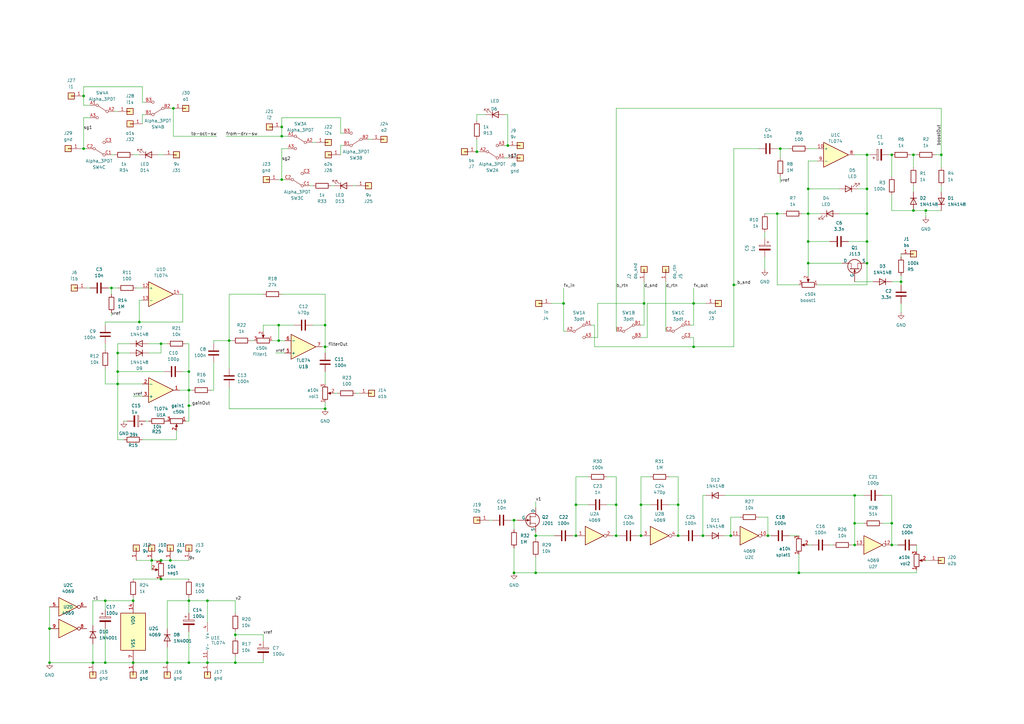
<source format=kicad_sch>
(kicad_sch (version 20250114) (generator "eeschema") (generator_version "9.0")
  (paper "A3")
  (title_block (title "Toaster Feta Bagel") (date "2025-12-27") (rev "0") (company "Shroyer Technology LLC"))
  (junction (at 219.71 234.95))
  (junction (at 318.77 87.63))
  (junction (at 355.6 107.95))
  (junction (at 34.29 60.96))
  (junction (at 77.47 160.02))
  (junction (at 219.71 219.71))
  (junction (at 299.72 219.71))
  (junction (at 210.82 213.36))
  (junction (at 57.15 132.08))
  (junction (at 62.23 229.87))
  (junction (at 114.3 133.35))
  (junction (at 320.04 60.96))
  (junction (at 69.85 229.87))
  (junction (at 355.6 63.5))
  (junction (at 114.3 139.7))
  (junction (at 379.73 86.36))
  (junction (at 48.26 157.48))
  (junction (at 77.47 166.37))
  (junction (at 77.47 271.78))
  (junction (at 365.76 214.63))
  (junction (at 386.08 63.5))
  (junction (at 66.04 229.87))
  (junction (at 85.09 246.38))
  (junction (at 331.47 77.47))
  (junction (at 20.32 257.81))
  (junction (at 262.89 207.01))
  (junction (at 208.28 59.69))
  (junction (at 48.26 144.78))
  (junction (at 133.35 142.24))
  (junction (at 327.66 234.95))
  (junction (at 331.47 87.63))
  (junction (at 34.29 39.37))
  (junction (at 369.57 115.57))
  (junction (at 54.61 271.78))
  (junction (at 68.58 271.78))
  (junction (at 71.12 44.45))
  (junction (at 355.6 87.63))
  (junction (at 133.35 167.64))
  (junction (at 350.52 214.63))
  (junction (at 93.98 139.7))
  (junction (at 264.16 124.46))
  (junction (at 300.99 116.84))
  (junction (at 236.22 219.71))
  (junction (at 66.04 237.49))
  (junction (at 236.22 207.01))
  (junction (at 66.04 140.97))
  (junction (at 350.52 203.2))
  (junction (at 231.14 124.46))
  (junction (at 278.13 219.71))
  (junction (at 77.47 152.4))
  (junction (at 314.96 219.71))
  (junction (at 115.57 73.66))
  (junction (at 262.89 219.71))
  (junction (at 96.52 271.78))
  (junction (at 365.76 223.52))
  (junction (at 331.47 99.06))
  (junction (at 355.6 77.47))
  (junction (at 20.32 271.78))
  (junction (at 288.29 219.71))
  (junction (at 374.65 86.36))
  (junction (at 85.09 271.78))
  (junction (at 45.72 118.11))
  (junction (at 43.18 271.78))
  (junction (at 331.47 107.95))
  (junction (at 210.82 234.95))
  (junction (at 284.48 142.24))
  (junction (at 48.26 152.4))
  (junction (at 278.13 207.01))
  (junction (at 284.48 124.46))
  (junction (at 365.76 63.5))
  (junction (at 38.1 271.78))
  (junction (at 252.73 219.71))
  (junction (at 115.57 52.07))
  (junction (at 374.65 63.5))
  (junction (at 115.57 55.88))
  (junction (at 96.52 260.35))
  (junction (at 350.52 223.52))
  (junction (at 54.61 246.38))
  (junction (at 43.18 246.38))
  (junction (at 355.6 99.06))
  (junction (at 133.35 133.35))
  (junction (at 195.58 62.23))
  (junction (at 77.47 246.38))
  (junction (at 252.73 207.01))
  (wire (pts (xy 77.47 246.38) (xy 85.09 246.38)))
  (wire (pts (xy 115.57 52.07) (xy 115.57 48.26)))
  (wire (pts (xy 210.82 213.36) (xy 210.82 217.17)))
  (wire (pts (xy 20.32 257.81) (xy 20.32 271.78)))
  (wire (pts (xy 265.43 124.46) (xy 284.48 124.46)))
  (wire (pts (xy 74.93 152.4) (xy 77.47 152.4)))
  (wire (pts (xy 365.76 86.36) (xy 374.65 86.36)))
  (wire (pts (xy 118.11 55.88) (xy 115.57 55.88)))
  (wire (pts (xy 318.77 116.84) (xy 327.66 116.84)))
  (wire (pts (xy 44.45 118.11) (xy 45.72 118.11)))
  (wire (pts (xy 85.09 270.51) (xy 85.09 271.78)))
  (wire (pts (xy 139.7 59.69) (xy 140.97 59.69)))
  (wire (pts (xy 128.27 133.35) (xy 133.35 133.35)))
  (wire (pts (xy 96.52 260.35) (xy 107.95 260.35)))
  (wire (pts (xy 331.47 77.47) (xy 331.47 87.63)))
  (wire (pts (xy 48.26 144.78) (xy 48.26 152.4)))
  (wire (pts (xy 243.84 133.35) (xy 242.57 133.35)))
  (wire (pts (xy 48.26 140.97) (xy 48.26 144.78)))
  (wire (pts (xy 278.13 207.01) (xy 278.13 219.71)))
  (wire (pts (xy 96.52 246.38) (xy 96.52 251.46)))
  (wire (pts (xy 331.47 223.52) (xy 332.74 223.52)))
  (wire (pts (xy 68.58 257.81) (xy 68.58 246.38)))
  (wire (pts (xy 195.58 57.15) (xy 195.58 62.23)))
  (wire (pts (xy 374.65 63.5) (xy 374.65 68.58)))
  (wire (pts (xy 58.42 50.8) (xy 58.42 46.99)))
  (wire (pts (xy 58.42 123.19) (xy 57.15 123.19)))
  (wire (pts (xy 331.47 107.95) (xy 331.47 113.03)))
  (wire (pts (xy 45.72 118.11) (xy 48.26 118.11)))
  (wire (pts (xy 115.57 73.66) (xy 116.84 73.66)))
  (wire (pts (xy 262.89 133.35) (xy 264.16 133.35)))
  (wire (pts (xy 107.95 120.65) (xy 93.98 120.65)))
  (wire (pts (xy 93.98 158.75) (xy 93.98 167.64)))
  (wire (pts (xy 265.43 138.43) (xy 265.43 124.46)))
  (wire (pts (xy 113.03 144.78) (xy 116.84 144.78)))
  (wire (pts (xy 77.47 251.46) (xy 77.47 246.38)))
  (wire (pts (xy 375.92 233.68) (xy 375.92 234.95)))
  (wire (pts (xy 350.52 214.63) (xy 350.52 223.52)))
  (wire (pts (xy 219.71 234.95) (xy 327.66 234.95)))
  (wire (pts (xy 115.57 48.26) (xy 139.7 48.26)))
  (wire (pts (xy 96.52 259.08) (xy 96.52 260.35)))
  (wire (pts (xy 288.29 203.2) (xy 288.29 219.71)))
  (wire (pts (xy 320.04 72.39) (xy 320.04 74.93)))
  (wire (pts (xy 38.1 271.78) (xy 43.18 271.78)))
  (wire (pts (xy 219.71 219.71) (xy 227.33 219.71)))
  (wire (pts (xy 92.71 55.88) (xy 115.57 55.88)))
  (wire (pts (xy 374.65 86.36) (xy 379.73 86.36)))
  (wire (pts (xy 66.04 140.97) (xy 68.58 140.97)))
  (wire (pts (xy 219.71 234.95) (xy 219.71 228.6)))
  (wire (pts (xy 34.29 60.96) (xy 35.56 60.96)))
  (wire (pts (xy 251.46 219.71) (xy 252.73 219.71)))
  (wire (pts (xy 77.47 172.72) (xy 76.2 172.72)))
  (wire (pts (xy 347.98 99.06) (xy 355.6 99.06)))
  (wire (pts (xy 210.82 213.36) (xy 209.55 213.36)))
  (wire (pts (xy 328.93 87.63) (xy 331.47 87.63)))
  (wire (pts (xy 365.76 63.5) (xy 365.76 72.39)))
  (wire (pts (xy 45.72 63.5) (xy 46.99 63.5)))
  (wire (pts (xy 331.47 60.96) (xy 335.28 60.96)))
  (wire (pts (xy 340.36 223.52) (xy 341.63 223.52)))
  (wire (pts (xy 331.47 87.63) (xy 336.55 87.63)))
  (wire (pts (xy 77.47 166.37) (xy 77.47 172.72)))
  (wire (pts (xy 139.7 63.5) (xy 139.7 59.69)))
  (wire (pts (xy 318.77 87.63) (xy 321.31 87.63)))
  (wire (pts (xy 69.85 229.87) (xy 66.04 229.87)))
  (wire (pts (xy 199.39 46.99) (xy 195.58 46.99)))
  (wire (pts (xy 297.18 219.71) (xy 299.72 219.71)))
  (wire (pts (xy 236.22 195.58) (xy 236.22 207.01)))
  (wire (pts (xy 219.71 218.44) (xy 219.71 219.71)))
  (wire (pts (xy 386.08 44.45) (xy 252.73 44.45)))
  (wire (pts (xy 241.3 207.01) (xy 236.22 207.01)))
  (wire (pts (xy 34.29 35.56) (xy 58.42 35.56)))
  (wire (pts (xy 289.56 124.46) (xy 284.48 124.46)))
  (wire (pts (xy 93.98 139.7) (xy 93.98 151.13)))
  (wire (pts (xy 77.47 160.02) (xy 77.47 166.37)))
  (wire (pts (xy 331.47 107.95) (xy 345.44 107.95)))
  (wire (pts (xy 58.42 35.56) (xy 58.42 41.91)))
  (wire (pts (xy 54.61 63.5) (xy 57.15 63.5)))
  (wire (pts (xy 314.96 212.09) (xy 314.96 219.71)))
  (wire (pts (xy 68.58 271.78) (xy 77.47 271.78)))
  (wire (pts (xy 252.73 207.01) (xy 252.73 219.71)))
  (wire (pts (xy 66.04 237.49) (xy 77.47 237.49)))
  (wire (pts (xy 327.66 227.33) (xy 327.66 234.95)))
  (wire (pts (xy 139.7 54.61) (xy 140.97 54.61)))
  (wire (pts (xy 361.95 203.2) (xy 365.76 203.2)))
  (wire (pts (xy 77.47 160.02) (xy 78.74 160.02)))
  (wire (pts (xy 274.32 207.01) (xy 278.13 207.01)))
  (wire (pts (xy 54.61 162.56) (xy 58.42 162.56)))
  (wire (pts (xy 66.04 144.78) (xy 66.04 140.97)))
  (wire (pts (xy 355.6 87.63) (xy 355.6 99.06)))
  (wire (pts (xy 311.15 212.09) (xy 314.96 212.09)))
  (wire (pts (xy 264.16 124.46) (xy 245.11 124.46)))
  (wire (pts (xy 57.15 132.08) (xy 74.93 132.08)))
  (wire (pts (xy 20.32 248.92) (xy 20.32 257.81)))
  (wire (pts (xy 297.18 203.2) (xy 350.52 203.2)))
  (wire (pts (xy 50.8 180.34) (xy 48.26 180.34)))
  (wire (pts (xy 231.14 135.89) (xy 232.41 135.89)))
  (wire (pts (xy 369.57 113.03) (xy 369.57 115.57)))
  (wire (pts (xy 323.85 219.71) (xy 327.66 219.71)))
  (wire (pts (xy 284.48 142.24) (xy 300.99 142.24)))
  (wire (pts (xy 62.23 229.87) (xy 62.23 233.68)))
  (wire (pts (xy 45.72 128.27) (xy 45.72 129.54)))
  (wire (pts (xy 299.72 219.71) (xy 299.72 212.09)))
  (wire (pts (xy 43.18 132.08) (xy 57.15 132.08)))
  (wire (pts (xy 350.52 115.57) (xy 358.14 115.57)))
  (wire (pts (xy 374.65 63.5) (xy 375.92 63.5)))
  (wire (pts (xy 43.18 257.81) (xy 43.18 271.78)))
  (wire (pts (xy 74.93 120.65) (xy 74.93 132.08)))
  (wire (pts (xy 55.88 229.87) (xy 62.23 229.87)))
  (wire (pts (xy 87.63 148.59) (xy 87.63 160.02)))
  (wire (pts (xy 300.99 116.84) (xy 302.26 116.84)))
  (wire (pts (xy 77.47 259.08) (xy 77.47 271.78)))
  (wire (pts (xy 60.96 140.97) (xy 66.04 140.97)))
  (wire (pts (xy 207.01 59.69) (xy 208.28 59.69)))
  (wire (pts (xy 350.52 203.2) (xy 354.33 203.2)))
  (wire (pts (xy 300.99 116.84) (xy 300.99 60.96)))
  (wire (pts (xy 43.18 132.08) (xy 43.18 133.35)))
  (wire (pts (xy 195.58 46.99) (xy 195.58 49.53)))
  (wire (pts (xy 129.54 58.42) (xy 128.27 58.42)))
  (wire (pts (xy 313.69 87.63) (xy 318.77 87.63)))
  (wire (pts (xy 133.35 120.65) (xy 115.57 120.65)))
  (wire (pts (xy 349.25 223.52) (xy 350.52 223.52)))
  (wire (pts (xy 331.47 99.06) (xy 331.47 107.95)))
  (wire (pts (xy 96.52 269.24) (xy 96.52 271.78)))
  (wire (pts (xy 226.06 124.46) (xy 231.14 124.46)))
  (wire (pts (xy 144.78 76.2) (xy 146.05 76.2)))
  (wire (pts (xy 68.58 246.38) (xy 77.47 246.38)))
  (wire (pts (xy 147.32 161.29) (xy 146.05 161.29)))
  (wire (pts (xy 85.09 246.38) (xy 85.09 255.27)))
  (wire (pts (xy 93.98 139.7) (xy 95.25 139.7)))
  (wire (pts (xy 66.04 229.87) (xy 62.23 229.87)))
  (wire (pts (xy 59.69 172.72) (xy 60.96 172.72)))
  (wire (pts (xy 350.52 214.63) (xy 354.33 214.63)))
  (wire (pts (xy 48.26 152.4) (xy 48.26 157.48)))
  (wire (pts (xy 262.89 138.43) (xy 265.43 138.43)))
  (wire (pts (xy 43.18 157.48) (xy 43.18 151.13)))
  (wire (pts (xy 107.95 260.35) (xy 107.95 262.89)))
  (wire (pts (xy 54.61 271.78) (xy 68.58 271.78)))
  (wire (pts (xy 96.52 271.78) (xy 85.09 271.78)))
  (wire (pts (xy 48.26 157.48) (xy 58.42 157.48)))
  (wire (pts (xy 284.48 118.11) (xy 284.48 124.46)))
  (wire (pts (xy 87.63 139.7) (xy 93.98 139.7)))
  (wire (pts (xy 133.35 157.48) (xy 133.35 152.4)))
  (wire (pts (xy 365.76 203.2) (xy 365.76 214.63)))
  (wire (pts (xy 133.35 142.24) (xy 134.62 142.24)))
  (wire (pts (xy 284.48 138.43) (xy 283.21 138.43)))
  (wire (pts (xy 96.52 260.35) (xy 96.52 261.62)))
  (wire (pts (xy 102.87 139.7) (xy 104.14 139.7)))
  (wire (pts (xy 241.3 195.58) (xy 236.22 195.58)))
  (wire (pts (xy 287.02 219.71) (xy 288.29 219.71)))
  (wire (pts (xy 264.16 133.35) (xy 264.16 124.46)))
  (wire (pts (xy 375.92 223.52) (xy 375.92 226.06)))
  (wire (pts (xy 331.47 66.04) (xy 331.47 77.47)))
  (wire (pts (xy 60.96 144.78) (xy 66.04 144.78)))
  (wire (pts (xy 331.47 66.04) (xy 335.28 66.04)))
  (wire (pts (xy 133.35 133.35) (xy 133.35 120.65)))
  (wire (pts (xy 284.48 133.35) (xy 283.21 133.35)))
  (wire (pts (xy 344.17 87.63) (xy 355.6 87.63)))
  (wire (pts (xy 133.35 165.1) (xy 133.35 167.64)))
  (wire (pts (xy 115.57 52.07) (xy 115.57 55.88)))
  (wire (pts (xy 331.47 77.47) (xy 344.17 77.47)))
  (wire (pts (xy 54.61 245.11) (xy 54.61 246.38)))
  (wire (pts (xy 58.42 41.91) (xy 59.69 41.91)))
  (wire (pts (xy 300.99 116.84) (xy 300.99 142.24)))
  (wire (pts (xy 313.69 105.41) (xy 313.69 110.49)))
  (wire (pts (xy 289.56 203.2) (xy 288.29 203.2)))
  (wire (pts (xy 313.69 95.25) (xy 313.69 97.79)))
  (wire (pts (xy 36.83 43.18) (xy 34.29 43.18)))
  (wire (pts (xy 133.35 142.24) (xy 132.08 142.24)))
  (wire (pts (xy 107.95 135.89) (xy 107.95 133.35)))
  (wire (pts (xy 87.63 139.7) (xy 87.63 140.97)))
  (wire (pts (xy 69.85 44.45) (xy 71.12 44.45)))
  (wire (pts (xy 43.18 157.48) (xy 48.26 157.48)))
  (wire (pts (xy 243.84 142.24) (xy 284.48 142.24)))
  (wire (pts (xy 114.3 73.66) (xy 115.57 73.66)))
  (wire (pts (xy 350.52 203.2) (xy 350.52 214.63)))
  (wire (pts (xy 355.6 77.47) (xy 355.6 87.63)))
  (wire (pts (xy 20.32 271.78) (xy 38.1 271.78)))
  (wire (pts (xy 210.82 234.95) (xy 219.71 234.95)))
  (wire (pts (xy 43.18 140.97) (xy 43.18 143.51)))
  (wire (pts (xy 355.6 63.5) (xy 355.6 77.47)))
  (wire (pts (xy 369.57 104.14) (xy 369.57 105.41)))
  (wire (pts (xy 248.92 207.01) (xy 252.73 207.01)))
  (wire (pts (xy 361.95 214.63) (xy 365.76 214.63)))
  (wire (pts (xy 55.88 118.11) (xy 58.42 118.11)))
  (wire (pts (xy 67.31 63.5) (xy 64.77 63.5)))
  (wire (pts (xy 369.57 115.57) (xy 369.57 116.84)))
  (wire (pts (xy 133.35 142.24) (xy 133.35 144.78)))
  (wire (pts (xy 355.6 63.5) (xy 356.87 63.5)))
  (wire (pts (xy 386.08 76.2) (xy 386.08 78.74)))
  (wire (pts (xy 284.48 124.46) (xy 284.48 133.35)))
  (wire (pts (xy 111.76 139.7) (xy 114.3 139.7)))
  (wire (pts (xy 262.89 195.58) (xy 262.89 207.01)))
  (wire (pts (xy 33.02 60.96) (xy 34.29 60.96)))
  (wire (pts (xy 331.47 87.63) (xy 331.47 99.06)))
  (wire (pts (xy 118.11 60.96) (xy 115.57 60.96)))
  (wire (pts (xy 266.7 195.58) (xy 262.89 195.58)))
  (wire (pts (xy 219.71 219.71) (xy 219.71 220.98)))
  (wire (pts (xy 379.73 86.36) (xy 386.08 86.36)))
  (wire (pts (xy 242.57 138.43) (xy 245.11 138.43)))
  (wire (pts (xy 107.95 270.51) (xy 107.95 271.78)))
  (wire (pts (xy 137.16 161.29) (xy 138.43 161.29)))
  (wire (pts (xy 53.34 144.78) (xy 48.26 144.78)))
  (wire (pts (xy 34.29 43.18) (xy 34.29 39.37)))
  (wire (pts (xy 231.14 118.11) (xy 231.14 124.46)))
  (wire (pts (xy 77.47 152.4) (xy 77.47 160.02)))
  (wire (pts (xy 34.29 39.37) (xy 34.29 35.56)))
  (wire (pts (xy 288.29 219.71) (xy 289.56 219.71)))
  (wire (pts (xy 365.76 223.52) (xy 368.3 223.52)))
  (wire (pts (xy 35.56 118.11) (xy 36.83 118.11)))
  (wire (pts (xy 72.39 180.34) (xy 72.39 176.53)))
  (wire (pts (xy 34.29 48.26) (xy 34.29 60.96)))
  (wire (pts (xy 318.77 87.63) (xy 318.77 116.84)))
  (wire (pts (xy 77.47 245.11) (xy 77.47 246.38)))
  (wire (pts (xy 365.76 115.57) (xy 369.57 115.57)))
  (wire (pts (xy 38.1 271.78) (xy 38.1 264.16)))
  (wire (pts (xy 208.28 59.69) (xy 208.28 46.99)))
  (wire (pts (xy 314.96 219.71) (xy 316.23 219.71)))
  (wire (pts (xy 38.1 256.54) (xy 38.1 246.38)))
  (wire (pts (xy 375.92 234.95) (xy 327.66 234.95)))
  (wire (pts (xy 374.65 76.2) (xy 374.65 78.74)))
  (wire (pts (xy 85.09 271.78) (xy 77.47 271.78)))
  (wire (pts (xy 335.28 116.84) (xy 355.6 116.84)))
  (wire (pts (xy 365.76 214.63) (xy 365.76 223.52)))
  (wire (pts (xy 43.18 246.38) (xy 54.61 246.38)))
  (wire (pts (xy 135.89 76.2) (xy 137.16 76.2)))
  (wire (pts (xy 93.98 120.65) (xy 93.98 139.7)))
  (wire (pts (xy 73.66 160.02) (xy 77.47 160.02)))
  (wire (pts (xy 71.12 44.45) (xy 71.12 55.88)))
  (wire (pts (xy 248.92 195.58) (xy 252.73 195.58)))
  (wire (pts (xy 279.4 219.71) (xy 278.13 219.71)))
  (wire (pts (xy 355.6 107.95) (xy 355.6 116.84)))
  (wire (pts (xy 208.28 64.77) (xy 207.01 64.77)))
  (wire (pts (xy 379.73 229.87) (xy 381 229.87)))
  (wire (pts (xy 351.79 77.47) (xy 355.6 77.47)))
  (wire (pts (xy 245.11 124.46) (xy 245.11 138.43)))
  (wire (pts (xy 43.18 271.78) (xy 54.61 271.78)))
  (wire (pts (xy 115.57 60.96) (xy 115.57 73.66)))
  (wire (pts (xy 54.61 237.49) (xy 66.04 237.49)))
  (wire (pts (xy 207.01 46.99) (xy 208.28 46.99)))
  (wire (pts (xy 45.72 118.11) (xy 45.72 120.65)))
  (wire (pts (xy 151.13 57.15) (xy 152.4 57.15)))
  (wire (pts (xy 243.84 133.35) (xy 243.84 142.24)))
  (wire (pts (xy 43.18 250.19) (xy 43.18 246.38)))
  (wire (pts (xy 36.83 48.26) (xy 34.29 48.26)))
  (wire (pts (xy 139.7 48.26) (xy 139.7 54.61)))
  (wire (pts (xy 386.08 63.5) (xy 386.08 68.58)))
  (wire (pts (xy 373.38 63.5) (xy 374.65 63.5)))
  (wire (pts (xy 74.93 120.65) (xy 73.66 120.65)))
  (wire (pts (xy 386.08 44.45) (xy 386.08 63.5)))
  (wire (pts (xy 320.04 60.96) (xy 320.04 64.77)))
  (wire (pts (xy 383.54 63.5) (xy 386.08 63.5)))
  (wire (pts (xy 252.73 44.45) (xy 252.73 135.89)))
  (wire (pts (xy 48.26 140.97) (xy 53.34 140.97)))
  (wire (pts (xy 273.05 115.57) (xy 273.05 135.89)))
  (wire (pts (xy 284.48 142.24) (xy 284.48 138.43)))
  (wire (pts (xy 78.74 166.37) (xy 77.47 166.37)))
  (wire (pts (xy 262.89 207.01) (xy 262.89 219.71)))
  (wire (pts (xy 114.3 133.35) (xy 114.3 139.7)))
  (wire (pts (xy 364.49 63.5) (xy 365.76 63.5)))
  (wire (pts (xy 200.66 213.36) (xy 201.93 213.36)))
  (wire (pts (xy 219.71 205.74) (xy 219.71 208.28)))
  (wire (pts (xy 350.52 63.5) (xy 355.6 63.5)))
  (wire (pts (xy 355.6 99.06) (xy 355.6 107.95)))
  (wire (pts (xy 234.95 219.71) (xy 236.22 219.71)))
  (wire (pts (xy 68.58 265.43) (xy 68.58 271.78)))
  (wire (pts (xy 252.73 195.58) (xy 252.73 207.01)))
  (wire (pts (xy 278.13 195.58) (xy 278.13 207.01)))
  (wire (pts (xy 57.15 123.19) (xy 57.15 132.08)))
  (wire (pts (xy 210.82 213.36) (xy 212.09 213.36)))
  (wire (pts (xy 299.72 212.09) (xy 303.53 212.09)))
  (wire (pts (xy 133.35 133.35) (xy 133.35 142.24)))
  (wire (pts (xy 254 219.71) (xy 252.73 219.71)))
  (wire (pts (xy 85.09 246.38) (xy 96.52 246.38)))
  (wire (pts (xy 365.76 80.01) (xy 365.76 86.36)))
  (wire (pts (xy 38.1 246.38) (xy 43.18 246.38)))
  (wire (pts (xy 48.26 45.72) (xy 46.99 45.72)))
  (wire (pts (xy 210.82 224.79) (xy 210.82 234.95)))
  (wire (pts (xy 76.2 140.97) (xy 77.47 140.97)))
  (wire (pts (xy 264.16 115.57) (xy 264.16 124.46)))
  (wire (pts (xy 114.3 139.7) (xy 116.84 139.7)))
  (wire (pts (xy 236.22 207.01) (xy 236.22 219.71)))
  (wire (pts (xy 320.04 60.96) (xy 323.85 60.96)))
  (wire (pts (xy 58.42 46.99) (xy 59.69 46.99)))
  (wire (pts (xy 96.52 271.78) (xy 107.95 271.78)))
  (wire (pts (xy 127 76.2) (xy 128.27 76.2)))
  (wire (pts (xy 50.8 172.72) (xy 52.07 172.72)))
  (wire (pts (xy 93.98 167.64) (xy 133.35 167.64)))
  (wire (pts (xy 71.12 55.88) (xy 88.9 55.88)))
  (wire (pts (xy 300.99 60.96) (xy 311.15 60.96)))
  (wire (pts (xy 77.47 140.97) (xy 77.47 152.4)))
  (wire (pts (xy 262.89 219.71) (xy 261.62 219.71)))
  (wire (pts (xy 318.77 60.96) (xy 320.04 60.96)))
  (wire (pts (xy 369.57 124.46) (xy 369.57 128.27)))
  (wire (pts (xy 231.14 124.46) (xy 231.14 135.89)))
  (wire (pts (xy 266.7 207.01) (xy 262.89 207.01)))
  (wire (pts (xy 274.32 195.58) (xy 278.13 195.58)))
  (wire (pts (xy 58.42 180.34) (xy 72.39 180.34)))
  (wire (pts (xy 114.3 133.35) (xy 120.65 133.35)))
  (wire (pts (xy 48.26 180.34) (xy 48.26 157.48)))
  (wire (pts (xy 331.47 99.06) (xy 340.36 99.06)))
  (wire (pts (xy 379.73 86.36) (xy 379.73 88.9)))
  (wire (pts (xy 77.47 229.87) (xy 69.85 229.87)))
  (wire (pts (xy 196.85 62.23) (xy 195.58 62.23)))
  (wire (pts (xy 107.95 133.35) (xy 114.3 133.35)))
  (wire (pts (xy 87.63 160.02) (xy 86.36 160.02)))
  (wire (pts (xy 48.26 152.4) (xy 67.31 152.4)))
  (label "d_snd" (at 264.16 118.11 0))
  (label "9v" (at 77.47 229.87 0))
  (label "fx_out" (at 284.48 118.11 0))
  (label "b_snd" (at 302.26 116.84 0))
  (label "sg1" (at 34.29 53.34 0))
  (label "vref" (at 45.72 129.54 0))
  (label "gainOut" (at 78.74 166.37 0))
  (label "from-drv-sw" (at 92.71 55.88 0))
  (label "sg3" (at 208.28 64.77 0))
  (label "v1" (at 219.71 205.74 0))
  (label "to-oct-sw" (at 88.9 55.88 180))
  (label "b_rtn" (at 252.73 118.11 0))
  (label "vref" (at 320.04 74.93 0))
  (label "v1" (at 38.1 246.38 0))
  (label "sg2" (at 115.57 66.04 0))
  (label "fx_in" (at 231.14 118.11 0))
  (label "v2" (at 96.52 246.38 0))
  (label "boostOut" (at 386.08 59.69 90))
  (label "vref" (at 107.95 260.35 0))
  (label "vref" (at 54.61 162.56 0))
  (label "d_rtn" (at 273.05 118.11 0))
  (label "filterOut" (at 134.62 142.24 0))
  (label "vref" (at 113.03 144.78 0))
  (symbol (lib_id "Diode:1N4001") (at 68.58 261.62 270) (unit 1)
    (property "Reference" "D8" (at 71.12 260.3499 90) (effects (justify left)))
    (property "Value" "1N4001" (at 71.12 262.8899 90) (effects (justify left)))
    (property "Footprint" "Diode_THT:D_DO-41_SOD81_P7.62mm_Horizontal" (effects (hide yes)))
    (property "Datasheet" "http://www.vishay.com/docs/88503/1n4001.pdf" (effects (hide yes)))
    (property "Description" "50V 1A General Purpose Rectifier Diode, DO-41" (effects (hide yes)))
    (property "Sim.Device" "D" (effects (hide yes)))
    (property "Sim.Pins" "1=K 2=A" (effects (hide yes)))
  )
  (symbol (lib_id "Device:C") (at 231.14 219.71 90) (unit 1)
    (property "Reference" "C22" (at 231.14 212.09 90))
    (property "Value" "100n" (at 231.14 214.63 90))
    (property "Footprint" "1_trevortjes_lib:C_CERAMIC_1x2" (effects (hide yes)))
    (property "Description" "Unpolarized capacitor" (effects (hide yes)))
  )
  (symbol (lib_id "Device:C_Polarized") (at 43.18 254 0) (unit 1)
    (property "Reference" "C17" (at 43.434 248.92 0) (effects (justify left)))
    (property "Value" "100u" (at 43.434 251.46 0) (effects (justify left)))
    (property "Footprint" "1_trevortjes_lib:CP_ELCO_1x2_S" (effects (hide yes)))
    (property "Description" "Polarized capacitor" (effects (hide yes)))
  )
  (symbol (lib_id "Device:LED") (at 203.2 46.99 0) (mirror x) (unit 1)
    (property "Reference" "D6" (at 202.692 44.704 0))
    (property "Value" "LED" (at 202.946 41.402 0))
    (property "Footprint" "1_trevortjes_lib:LED_3.0mm" (effects (hide yes)))
    (property "Description" "Light emitting diode" (effects (hide yes)))
    (property "Sim.Pins" "1=K 2=A" (effects (hide yes)))
  )
  (symbol (lib_id "Connector_Generic:Conn_01x01") (at 110.49 52.07 180) (unit 1)
    (property "Reference" "J21" (at 110.49 45.72 0))
    (property "Value" "i2" (at 110.49 48.26 0))
    (property "Footprint" "1_trevortjes_lib:PAD_1_std_sqr" (effects (hide yes)))
    (property "Description" "Generic connector, single row, 01x01, script generated (kicad-library-utils/schlib/autogen/connector/)" (effects (hide yes)))
  )
  (symbol (lib_id "4xxx:4069") (at 27.94 257.81 0) (unit 4)
    (property "Reference" "U2" (at 27.94 248.92 0))
    (property "Value" "4069" (at 27.94 251.46 0))
    (property "Footprint" "Package_DIP:DIP-14_W7.62mm" (effects (hide yes)))
    (property "Datasheet" "http://www.intersil.com/content/dam/Intersil/documents/cd40/cd4069ubms.pdf" (effects (hide yes)))
    (property "Description" "Hex inverter" (effects (hide yes)))
  )
  (symbol (lib_id "Device:R") (at 313.69 91.44 0) (mirror x) (unit 1)
    (property "Reference" "R10" (at 311.15 90.1699 0) (effects (justify right)))
    (property "Value" "1k" (at 311.15 92.7099 0) (effects (justify right)))
    (property "Footprint" "1_trevortjes_lib:R_1x4" (effects (hide yes)))
    (property "Description" "Resistor" (effects (hide yes)))
  )
  (symbol (lib_id "Connector_Generic:Conn_01x01") (at 77.47 224.79 90) (unit 1)
    (property "Reference" "J13" (at 80.01 223.5199 90) (effects (justify right)))
    (property "Value" "9v" (at 80.01 226.0599 90) (effects (justify right)))
    (property "Footprint" "Connector_Wire:SolderWire-0.1sqmm_1x01_D0.4mm_OD1mm_Relief" (effects (hide yes)))
    (property "Description" "Generic connector, single row, 01x01, script generated (kicad-library-utils/schlib/autogen/connector/)" (effects (hide yes)))
  )
  (symbol (lib_id "Device:C") (at 71.12 152.4 90) (unit 1)
    (property "Reference" "C10" (at 71.12 144.78 90))
    (property "Value" "100p" (at 71.12 147.32 90))
    (property "Footprint" "1_trevortjes_lib:C_CERAMIC_1x2" (effects (hide yes)))
    (property "Description" "Unpolarized capacitor" (effects (hide yes)))
  )
  (symbol (lib_id "Device:C") (at 336.55 223.52 90) (unit 1)
    (property "Reference" "C16" (at 336.55 215.9 90))
    (property "Value" "100n" (at 336.55 218.44 90))
    (property "Footprint" "1_trevortjes_lib:C_CERAMIC_1x2" (effects (hide yes)))
    (property "Description" "Unpolarized capacitor" (effects (hide yes)))
  )
  (symbol (lib_id "4xxx:4069") (at 27.94 248.92 0) (unit 3)
    (property "Reference" "U2" (at 27.94 240.03 0))
    (property "Value" "4069" (at 27.94 242.57 0))
    (property "Footprint" "Package_DIP:DIP-14_W7.62mm" (effects (hide yes)))
    (property "Datasheet" "http://www.intersil.com/content/dam/Intersil/documents/cd40/cd4069ubms.pdf" (effects (hide yes)))
    (property "Description" "Hex inverter" (effects (hide yes)))
  )
  (symbol (lib_id "Diode:1N4001") (at 38.1 260.35 270) (unit 1)
    (property "Reference" "D10" (at 40.64 259.0799 90) (effects (justify left)))
    (property "Value" "1N4001" (at 40.64 261.6199 90) (effects (justify left)))
    (property "Footprint" "Diode_THT:D_DO-41_SOD81_P7.62mm_Horizontal" (effects (hide yes)))
    (property "Datasheet" "http://www.vishay.com/docs/88503/1n4001.pdf" (effects (hide yes)))
    (property "Description" "50V 1A General Purpose Rectifier Diode, DO-41" (effects (hide yes)))
    (property "Sim.Device" "D" (effects (hide yes)))
    (property "Sim.Pins" "1=K 2=A" (effects (hide yes)))
  )
  (symbol (lib_id "Device:R") (at 64.77 172.72 270) (unit 1)
    (property "Reference" "R25" (at 64.262 177.038 90))
    (property "Value" "10k" (at 64.516 175.006 90))
    (property "Footprint" "1_trevortjes_lib:R_1x4" (effects (hide yes)))
    (property "Description" "Resistor" (effects (hide yes)))
  )
  (symbol (lib_id "Device:R") (at 270.51 195.58 90) (unit 1)
    (property "Reference" "R31" (at 270.51 189.23 90))
    (property "Value" "1M" (at 270.51 191.77 90))
    (property "Footprint" "1_trevortjes_lib:R_1x4" (effects (hide yes)))
    (property "Description" "Resistor" (effects (hide yes)))
  )
  (symbol (lib_id "Connector_Generic:Conn_01x01") (at 294.64 124.46 0) (mirror x) (unit 1)
    (property "Reference" "J3" (at 290.576 130.556 0) (effects (justify left)))
    (property "Value" "out" (at 290.576 128.016 0) (effects (justify left)))
    (property "Footprint" "Connector_Wire:SolderWire-0.1sqmm_1x01_D0.4mm_OD1mm_Relief" (effects (hide yes)))
    (property "Description" "Generic connector, single row, 01x01, script generated (kicad-library-utils/schlib/autogen/connector/)" (effects (hide yes)))
  )
  (symbol (lib_id "Amplifier_Operational:TL074") (at 342.9 63.5 0) (unit 3)
    (property "Reference" "U1" (at 342.646 55.372 0))
    (property "Value" "TL074" (at 342.646 57.912 0))
    (property "Footprint" "Package_DIP:DIP-14_W7.62mm" (effects (hide yes)))
    (property "Datasheet" "http://www.ti.com/lit/ds/symlink/tl071.pdf" (effects (hide yes)))
    (property "Description" "Quad Low-Noise JFET-Input Operational Amplifiers, DIP-14/SOIC-14" (effects (hide yes)))
  )
  (symbol (lib_id "Connector_Generic:Conn_01x01") (at 38.1 276.86 270) (unit 1)
    (property "Reference" "J15" (at 40.64 275.5899 90) (effects (justify left)))
    (property "Value" "gnd" (at 40.64 278.1299 90) (effects (justify left)))
    (property "Footprint" "Connector_Wire:SolderWire-0.1sqmm_1x01_D0.4mm_OD1mm_Relief" (effects (hide yes)))
    (property "Description" "Generic connector, single row, 01x01, script generated (kicad-library-utils/schlib/autogen/connector/)" (effects (hide yes)))
  )
  (symbol (lib_id "Device:LED") (at 340.36 87.63 0) (unit 1)
    (property "Reference" "D4" (at 338.7725 81.28 0))
    (property "Value" "LED" (at 338.7725 83.82 0))
    (property "Footprint" "1_trevortjes_lib:LED_3.0mm" (effects (hide yes)))
    (property "Description" "Light emitting diode" (effects (hide yes)))
    (property "Sim.Pins" "1=K 2=A" (effects (hide yes)))
  )
  (symbol (lib_id "Device:LED") (at 347.98 77.47 180) (unit 1)
    (property "Reference" "D5" (at 349.5675 69.85 0))
    (property "Value" "LED" (at 349.5675 72.39 0))
    (property "Footprint" "1_trevortjes_lib:LED_3.0mm" (effects (hide yes)))
    (property "Description" "Light emitting diode" (effects (hide yes)))
    (property "Sim.Pins" "1=K 2=A" (effects (hide yes)))
  )
  (symbol (lib_id "Device:R") (at 43.18 147.32 0) (mirror x) (unit 1)
    (property "Reference" "R12" (at 40.64 146.0499 0) (effects (justify right)))
    (property "Value" "10k" (at 40.64 148.5899 0) (effects (justify right)))
    (property "Footprint" "1_trevortjes_lib:R_1x4" (effects (hide yes)))
    (property "Description" "Resistor" (effects (hide yes)))
  )
  (symbol (lib_id "4xxx:4069") (at 307.34 219.71 0) (mirror x) (unit 5)
    (property "Reference" "U2" (at 307.34 228.6 0))
    (property "Value" "4069" (at 307.34 226.06 0))
    (property "Footprint" "Package_DIP:DIP-14_W7.62mm" (effects (hide yes)))
    (property "Datasheet" "http://www.intersil.com/content/dam/Intersil/documents/cd40/cd4069ubms.pdf" (effects (hide yes)))
    (property "Description" "Hex inverter" (effects (hide yes)))
  )
  (symbol (lib_id "Device:C") (at 43.18 137.16 0) (mirror x) (unit 1)
    (property "Reference" "C9" (at 39.37 135.8899 0) (effects (justify right)))
    (property "Value" "100n" (at 39.37 138.4299 0) (effects (justify right)))
    (property "Footprint" "1_trevortjes_lib:C_CERAMIC_1x2" (effects (hide yes)))
    (property "Description" "Unpolarized capacitor" (effects (hide yes)))
  )
  (symbol (lib_id "Connector_Generic:Conn_01x01") (at 76.2 44.45 0) (mirror x) (unit 1)
    (property "Reference" "J30" (at 76.2 38.1 0))
    (property "Value" "o1" (at 76.2 40.64 0))
    (property "Footprint" "1_trevortjes_lib:PAD_1_std_sqr" (effects (hide yes)))
    (property "Description" "Generic connector, single row, 01x01, script generated (kicad-library-utils/schlib/autogen/connector/)" (effects (hide yes)))
  )
  (symbol (lib_id "Device:C") (at 270.51 207.01 90) (unit 1)
    (property "Reference" "C24" (at 270.51 199.39 90))
    (property "Value" "470p" (at 270.51 201.93 90))
    (property "Footprint" "1_trevortjes_lib:C_CERAMIC_1x2" (effects (hide yes)))
    (property "Description" "Unpolarized capacitor" (effects (hide yes)))
  )
  (symbol (lib_id "Connector_Generic:Conn_01x01") (at 68.58 276.86 270) (unit 1)
    (property "Reference" "J16" (at 71.12 275.5899 90) (effects (justify left)))
    (property "Value" "gnd" (at 71.12 278.1299 90) (effects (justify left)))
    (property "Footprint" "Connector_Wire:SolderWire-0.1sqmm_1x01_D0.4mm_OD1mm_Relief" (effects (hide yes)))
    (property "Description" "Generic connector, single row, 01x01, script generated (kicad-library-utils/schlib/autogen/connector/)" (effects (hide yes)))
  )
  (symbol (lib_id "Device:C") (at 245.11 207.01 90) (unit 1)
    (property "Reference" "C23" (at 245.11 199.39 90))
    (property "Value" "1n" (at 245.11 201.93 90))
    (property "Footprint" "1_trevortjes_lib:C_CERAMIC_1x2" (effects (hide yes)))
    (property "Description" "Unpolarized capacitor" (effects (hide yes)))
  )
  (symbol (lib_id "Device:R") (at 142.24 161.29 270) (unit 1)
    (property "Reference" "R23" (at 142.24 154.94 90))
    (property "Value" "100" (at 142.24 157.48 90))
    (property "Footprint" "1_trevortjes_lib:R_1x4" (effects (hide yes)))
    (property "Description" "Resistor" (effects (hide yes)))
  )
  (symbol (lib_id "Device:R") (at 320.04 68.58 0) (unit 1)
    (property "Reference" "R8" (at 322.58 67.3099 0) (effects (justify left)))
    (property "Value" "1M" (at 322.58 69.8499 0) (effects (justify left)))
    (property "Footprint" "1_trevortjes_lib:R_1x4" (effects (hide yes)))
    (property "Description" "Resistor" (effects (hide yes)))
  )
  (symbol (lib_id "Connector_Generic:Conn_01x01") (at 152.4 161.29 0) (unit 1)
    (property "Reference" "J14" (at 154.94 160.0199 0) (effects (justify left)))
    (property "Value" "o1b" (at 154.94 162.5599 0) (effects (justify left)))
    (property "Footprint" "Connector_Wire:SolderWire-0.1sqmm_1x01_D0.4mm_OD1mm_Relief" (effects (hide yes)))
    (property "Description" "Generic connector, single row, 01x01, script generated (kicad-library-utils/schlib/autogen/connector/)" (effects (hide yes)))
  )
  (symbol (lib_id "Device:R") (at 132.08 76.2 90) (mirror x) (unit 1)
    (property "Reference" "R33" (at 132.08 82.55 90))
    (property "Value" "1k" (at 132.08 80.01 90))
    (property "Footprint" "1_trevortjes_lib:R_1x4" (effects (hide yes)))
    (property "Description" "Resistor" (effects (hide yes)))
  )
  (symbol (lib_id "Device:R") (at 379.73 63.5 90) (unit 1)
    (property "Reference" "R2" (at 379.73 57.15 90))
    (property "Value" "1k" (at 379.73 59.69 90))
    (property "Footprint" "1_trevortjes_lib:R_1x4" (effects (hide yes)))
    (property "Description" "Resistor" (effects (hide yes)))
  )
  (symbol (lib_id "Connector_Generic:Conn_01x01") (at 386.08 229.87 0) (unit 1)
    (property "Reference" "J20" (at 388.62 228.5999 0) (effects (justify left)))
    (property "Value" "o2b" (at 388.62 231.1399 0) (effects (justify left)))
    (property "Footprint" "Connector_Wire:SolderWire-0.1sqmm_1x01_D0.4mm_OD1mm_Relief" (effects (hide yes)))
    (property "Description" "Generic connector, single row, 01x01, script generated (kicad-library-utils/schlib/autogen/connector/)" (effects (hide yes)))
  )
  (symbol (lib_id "4xxx:4069") (at 270.51 219.71 0) (unit 2)
    (property "Reference" "U2" (at 270.51 210.82 0))
    (property "Value" "4069" (at 270.51 213.36 0))
    (property "Footprint" "Package_DIP:DIP-14_W7.62mm" (effects (hide yes)))
    (property "Datasheet" "http://www.intersil.com/content/dam/Intersil/documents/cd40/cd4069ubms.pdf" (effects (hide yes)))
    (property "Description" "Hex inverter" (effects (hide yes)))
  )
  (symbol (lib_id "Device:R") (at 219.71 224.79 0) (unit 1)
    (property "Reference" "R29" (at 222.25 223.5199 0) (effects (justify left)))
    (property "Value" "10k" (at 222.25 226.0599 0) (effects (justify left)))
    (property "Footprint" "1_trevortjes_lib:R_1x4" (effects (hide yes)))
    (property "Description" "Resistor" (effects (hide yes)))
  )
  (symbol (lib_id "power:GND") (at 369.57 128.27 0) (unit 1)
    (property "Reference" "#PWR01" (effects (hide yes)))
    (property "Value" "GND" (at 369.57 133.35 0))
    (property "Description" "Power symbol creates a global label with name \"GND\" , ground" (effects (hide yes)))
  )
  (symbol (lib_id "Connector_Generic:Conn_01x01") (at 69.85 224.79 90) (unit 1)
    (property "Reference" "J11" (at 72.39 223.5199 90) (effects (justify right)))
    (property "Value" "9v" (at 72.39 226.0599 90) (effects (justify right)))
    (property "Footprint" "Connector_Wire:SolderWire-0.1sqmm_1x01_D0.4mm_OD1mm_Relief" (effects (hide yes)))
    (property "Description" "Generic connector, single row, 01x01, script generated (kicad-library-utils/schlib/autogen/connector/)" (effects (hide yes)))
  )
  (symbol (lib_id "1_effects:Alpha_3PDT") (at 41.91 45.72 0) (mirror y) (unit 1)
    (property "Reference" "SW4" (at 41.91 38.1 0))
    (property "Value" "Alpha_3PDT" (at 41.91 40.64 0))
    (property "Footprint" "1_mylib-footprint:3pdt" (effects (hide yes)))
  )
  (symbol (lib_id "Connector_Generic:Conn_01x01") (at 54.61 276.86 270) (unit 1)
    (property "Reference" "J18" (at 57.15 275.5899 90) (effects (justify left)))
    (property "Value" "gnd" (at 57.15 278.1299 90) (effects (justify left)))
    (property "Footprint" "Connector_Wire:SolderWire-0.1sqmm_1x01_D0.4mm_OD1mm_Relief" (effects (hide yes)))
    (property "Description" "Generic connector, single row, 01x01, script generated (kicad-library-utils/schlib/autogen/connector/)" (effects (hide yes)))
  )
  (symbol (lib_id "Device:C_Polarized") (at 77.47 255.27 0) (unit 1)
    (property "Reference" "C14" (at 78.994 250.19 0) (effects (justify left)))
    (property "Value" "100u" (at 78.994 252.73 0) (effects (justify left)))
    (property "Footprint" "1_trevortjes_lib:CP_ELCO_1x2_S" (effects (hide yes)))
    (property "Description" "Polarized capacitor" (effects (hide yes)))
  )
  (symbol (lib_id "Device:C") (at 40.64 118.11 90) (unit 1)
    (property "Reference" "C3" (at 40.64 110.49 90))
    (property "Value" "10n" (at 40.64 113.03 90))
    (property "Footprint" "1_trevortjes_lib:C_CERAMIC_1x2" (effects (hide yes)))
    (property "Description" "Unpolarized capacitor" (effects (hide yes)))
  )
  (symbol (lib_id "Device:R") (at 358.14 214.63 90) (unit 1)
    (property "Reference" "R28" (at 358.14 208.28 90))
    (property "Value" "51k" (at 358.14 210.82 90))
    (property "Footprint" "1_trevortjes_lib:R_1x4" (effects (hide yes)))
    (property "Description" "Resistor" (effects (hide yes)))
  )
  (symbol (lib_id "Device:C_Polarized") (at 55.88 172.72 270) (mirror x) (unit 1)
    (property "Reference" "C15" (at 53.848 166.37 90) (effects (justify left)))
    (property "Value" "1u" (at 53.848 168.91 90) (effects (justify left)))
    (property "Footprint" "1_trevortjes_lib:CP_ELCO_1x2_S" (effects (hide yes)))
    (property "Description" "Polarized capacitor" (effects (hide yes)))
  )
  (symbol (lib_id "4xxx:4069") (at 243.84 219.71 0) (unit 1)
    (property "Reference" "U2" (at 243.84 210.82 0))
    (property "Value" "4069" (at 243.84 213.36 0))
    (property "Footprint" "Package_DIP:DIP-14_W7.62mm" (effects (hide yes)))
    (property "Datasheet" "http://www.intersil.com/content/dam/Intersil/documents/cd40/cd4069ubms.pdf" (effects (hide yes)))
    (property "Description" "Hex inverter" (effects (hide yes)))
  )
  (symbol (lib_id "Device:C_Polarized") (at 313.69 101.6 0) (mirror y) (unit 1)
    (property "Reference" "C5" (at 306.324 103.124 90) (effects (justify left)))
    (property "Value" "1u" (at 308.864 103.378 90) (effects (justify left)))
    (property "Footprint" "1_trevortjes_lib:CP_ELCO_1x2_S" (effects (hide yes)))
    (property "Description" "Polarized capacitor" (effects (hide yes)))
  )
  (symbol (lib_id "Diode:1N4148") (at 57.15 140.97 0) (unit 1)
    (property "Reference" "D7" (at 57.15 134.62 0))
    (property "Value" "1N4148" (at 57.15 137.16 0))
    (property "Footprint" "Diode_THT:D_DO-35_SOD27_P7.62mm_Horizontal" (effects (hide yes)))
    (property "Datasheet" "https://assets.nexperia.com/documents/data-sheet/1N4148_1N4448.pdf" (effects (hide yes)))
    (property "Description" "100V 0.15A standard switching diode, DO-35" (effects (hide yes)))
    (property "Sim.Device" "D" (effects (hide yes)))
    (property "Sim.Pins" "1=K 2=A" (effects (hide yes)))
  )
  (symbol (lib_id "Device:LED") (at 60.96 63.5 0) (mirror x) (unit 1)
    (property "Reference" "D14" (at 59.3725 69.85 0))
    (property "Value" "LED" (at 59.3725 67.31 0))
    (property "Footprint" "1_trevortjes_lib:LED_3.0mm" (effects (hide yes)))
    (property "Description" "Light emitting diode" (effects (hide yes)))
    (property "Sim.Pins" "1=K 2=A" (effects (hide yes)))
  )
  (symbol (lib_id "Connector_Generic:Conn_01x01") (at 85.09 276.86 270) (unit 1)
    (property "Reference" "J17" (at 87.63 275.5899 90) (effects (justify left)))
    (property "Value" "gnd" (at 87.63 278.1299 90) (effects (justify left)))
    (property "Footprint" "Connector_Wire:SolderWire-0.1sqmm_1x01_D0.4mm_OD1mm_Relief" (effects (hide yes)))
    (property "Description" "Generic connector, single row, 01x01, script generated (kicad-library-utils/schlib/autogen/connector/)" (effects (hide yes)))
  )
  (symbol (lib_id "power:GND") (at 379.73 88.9 0) (unit 1)
    (property "Reference" "#PWR03" (effects (hide yes)))
    (property "Value" "GND" (at 379.73 93.98 0))
    (property "Description" "Power symbol creates a global label with name \"GND\" , ground" (effects (hide yes)))
  )
  (symbol (lib_id "power:GND") (at 50.8 172.72 0) (unit 1)
    (property "Reference" "#PWR06" (effects (hide yes)))
    (property "Value" "GND" (at 50.8 177.8 0))
    (property "Description" "Power symbol creates a global label with name \"GND\" , ground" (effects (hide yes)))
  )
  (symbol (lib_id "Device:R") (at 77.47 241.3 0) (unit 1)
    (property "Reference" "R19" (at 80.01 240.0299 0) (effects (justify left)))
    (property "Value" "100" (at 80.01 242.5699 0) (effects (justify left)))
    (property "Footprint" "1_trevortjes_lib:R_1x4" (effects (hide yes)))
    (property "Description" "Resistor" (effects (hide yes)))
  )
  (symbol (lib_id "Connector_Generic:Conn_01x01") (at 109.22 73.66 0) (mirror y) (unit 1)
    (property "Reference" "J23" (at 109.22 67.31 0))
    (property "Value" "gnd" (at 109.22 69.85 0))
    (property "Footprint" "1_trevortjes_lib:PAD_1_std_sqr" (effects (hide yes)))
    (property "Description" "Generic connector, single row, 01x01, script generated (kicad-library-utils/schlib/autogen/connector/)" (effects (hide yes)))
  )
  (symbol (lib_id "4xxx:4069") (at 358.14 223.52 0) (mirror x) (unit 6)
    (property "Reference" "U2" (at 358.14 232.41 0))
    (property "Value" "4069" (at 358.14 229.87 0))
    (property "Footprint" "Package_DIP:DIP-14_W7.62mm" (effects (hide yes)))
    (property "Datasheet" "http://www.intersil.com/content/dam/Intersil/documents/cd40/cd4069ubms.pdf" (effects (hide yes)))
    (property "Description" "Hex inverter" (effects (hide yes)))
  )
  (symbol (lib_id "Diode:1N4148") (at 293.37 203.2 0) (unit 1)
    (property "Reference" "D12" (at 293.37 196.85 0))
    (property "Value" "1N4148" (at 293.37 199.39 0))
    (property "Footprint" "Diode_THT:D_DO-35_SOD27_P7.62mm_Horizontal" (effects (hide yes)))
    (property "Datasheet" "https://assets.nexperia.com/documents/data-sheet/1N4148_1N4448.pdf" (effects (hide yes)))
    (property "Description" "100V 0.15A standard switching diode, DO-35" (effects (hide yes)))
    (property "Sim.Device" "D" (effects (hide yes)))
    (property "Sim.Pins" "1=K 2=A" (effects (hide yes)))
  )
  (symbol (lib_id "Device:R_Potentiometer") (at 327.66 223.52 0) (mirror x) (unit 1)
    (property "Reference" "splat1" (at 324.358 227.584 0) (effects (justify right)))
    (property "Value" "a10k" (at 324.358 225.044 0) (effects (justify right)))
    (property "Footprint" "1_mylib-footprint:pot-16mm-short-leg" (effects (hide yes)))
  )
  (symbol (lib_id "power:GND") (at 210.82 234.95 0) (mirror y) (unit 1)
    (property "Reference" "#PWR05" (effects (hide yes)))
    (property "Value" "GND" (at 210.82 240.03 0))
    (property "Description" "Power symbol creates a global label with name \"GND\" , ground" (effects (hide yes)))
  )
  (symbol (lib_id "Device:R_Potentiometer") (at 375.92 229.87 0) (mirror x) (unit 1)
    (property "Reference" "vol2" (at 373.38 231.1401 0) (effects (justify right)))
    (property "Value" "a10k" (at 373.38 228.6001 0) (effects (justify right)))
    (property "Footprint" "1_mylib-footprint:pot-16mm-short-leg" (effects (hide yes)))
  )
  (symbol (lib_id "Device:R") (at 52.07 118.11 90) (unit 1)
    (property "Reference" "R11" (at 52.07 111.76 90))
    (property "Value" "100" (at 52.07 114.3 90))
    (property "Footprint" "1_trevortjes_lib:R_1x4" (effects (hide yes)))
    (property "Description" "Resistor" (effects (hide yes)))
  )
  (symbol (lib_id "Connector_Generic:Conn_01x01") (at 264.16 110.49 90) (unit 1)
    (property "Reference" "J2" (at 258.064 114.554 0) (effects (justify left)))
    (property "Value" "do_snd" (at 260.604 114.554 0) (effects (justify left)))
    (property "Footprint" "Connector_Wire:SolderWire-0.1sqmm_1x01_D0.4mm_OD1mm_Relief" (effects (hide yes)))
    (property "Description" "Generic connector, single row, 01x01, script generated (kicad-library-utils/schlib/autogen/connector/)" (effects (hide yes)))
  )
  (symbol (lib_id "Device:R_Potentiometer") (at 66.04 233.68 180) (unit 1)
    (property "Reference" "sag1" (at 68.58 234.9501 0) (effects (justify right)))
    (property "Value" "10k" (at 68.58 232.4101 0) (effects (justify right)))
    (property "Footprint" "1_mylib-footprint:pot-16mm-short-leg" (effects (hide yes)))
  )
  (symbol (lib_id "Device:R") (at 365.76 76.2 0) (mirror y) (unit 1)
    (property "Reference" "R3" (at 363.22 74.9299 0) (effects (justify left)))
    (property "Value" "100k" (at 363.22 77.4699 0) (effects (justify left)))
    (property "Footprint" "1_trevortjes_lib:R_1x4" (effects (hide yes)))
    (property "Description" "Resistor" (effects (hide yes)))
  )
  (symbol (lib_id "Diode:1N4148") (at 386.08 82.55 90) (unit 1)
    (property "Reference" "D1" (at 388.62 81.2799 90) (effects (justify right)))
    (property "Value" "1N4148" (at 388.62 83.8199 90) (effects (justify right)))
    (property "Footprint" "Diode_THT:D_DO-35_SOD27_P7.62mm_Horizontal" (effects (hide yes)))
    (property "Datasheet" "https://assets.nexperia.com/documents/data-sheet/1N4148_1N4448.pdf" (effects (hide yes)))
    (property "Description" "100V 0.15A standard switching diode, DO-35" (effects (hide yes)))
    (property "Sim.Device" "D" (effects (hide yes)))
    (property "Sim.Pins" "1=K 2=A" (effects (hide yes)))
  )
  (symbol (lib_id "Device:C") (at 205.74 213.36 90) (unit 1)
    (property "Reference" "C19" (at 205.74 205.74 90))
    (property "Value" "10n" (at 205.74 208.28 90))
    (property "Footprint" "1_trevortjes_lib:C_CERAMIC_1x2" (effects (hide yes)))
    (property "Description" "Unpolarized capacitor" (effects (hide yes)))
  )
  (symbol (lib_id "Connector_Generic:Conn_01x01") (at 157.48 57.15 0) (mirror x) (unit 1)
    (property "Reference" "J24" (at 157.48 50.8 0))
    (property "Value" "o2" (at 157.48 53.34 0))
    (property "Footprint" "1_trevortjes_lib:PAD_1_std_sqr" (effects (hide yes)))
    (property "Description" "Generic connector, single row, 01x01, script generated (kicad-library-utils/schlib/autogen/connector/)" (effects (hide yes)))
  )
  (symbol (lib_id "Connector_Generic:Conn_01x01") (at 213.36 59.69 0) (unit 1)
    (property "Reference" "J9" (at 209.296 53.594 0) (effects (justify left)))
    (property "Value" "9v" (at 209.296 56.134 0) (effects (justify left)))
    (property "Footprint" "1_trevortjes_lib:PAD_1_std_sqr" (effects (hide yes)))
    (property "Description" "Generic connector, single row, 01x01, script generated (kicad-library-utils/schlib/autogen/connector/)" (effects (hide yes)))
  )
  (symbol (lib_id "Device:LED") (at 140.97 76.2 0) (mirror x) (unit 1)
    (property "Reference" "D13" (at 139.3825 82.55 0))
    (property "Value" "LED" (at 139.3825 80.01 0))
    (property "Footprint" "1_trevortjes_lib:LED_3.0mm" (effects (hide yes)))
    (property "Description" "Light emitting diode" (effects (hide yes)))
    (property "Sim.Pins" "1=K 2=A" (effects (hide yes)))
  )
  (symbol (lib_id "Connector_Generic:Conn_01x01") (at 72.39 63.5 0) (unit 1)
    (property "Reference" "J31" (at 72.39 69.85 0))
    (property "Value" "9v" (at 72.39 67.31 0))
    (property "Footprint" "1_trevortjes_lib:PAD_1_std_sqr" (effects (hide yes)))
    (property "Description" "Generic connector, single row, 01x01, script generated (kicad-library-utils/schlib/autogen/connector/)" (effects (hide yes)))
  )
  (symbol (lib_id "1_effects:Alpha_3PDT") (at 146.05 57.15 180) (unit 2)
    (property "Reference" "SW3" (at 146.05 64.77 0))
    (property "Value" "Alpha_3PDT" (at 146.05 62.23 0))
    (property "Footprint" "1_mylib-footprint:3pdt" (effects (hide yes)))
  )
  (symbol (lib_id "Device:R_Potentiometer") (at 72.39 172.72 270) (unit 1)
    (property "Reference" "gain1" (at 75.692 166.37 90) (effects (justify right)))
    (property "Value" "c50k" (at 75.692 168.91 90) (effects (justify right)))
    (property "Footprint" "1_mylib-footprint:pot-16mm-short-leg" (effects (hide yes)))
  )
  (symbol (lib_id "Connector_Generic:Conn_01x01") (at 195.58 213.36 180) (unit 1)
    (property "Reference" "J19" (at 195.58 207.01 0))
    (property "Value" "i2b" (at 195.58 209.55 0))
    (property "Footprint" "Connector_Wire:SolderWire-0.1sqmm_1x01_D0.4mm_OD1mm_Relief" (effects (hide yes)))
    (property "Description" "Generic connector, single row, 01x01, script generated (kicad-library-utils/schlib/autogen/connector/)" (effects (hide yes)))
  )
  (symbol (lib_id "Device:R") (at 72.39 140.97 90) (unit 1)
    (property "Reference" "R21" (at 72.39 134.62 90))
    (property "Value" "10k" (at 72.39 137.16 90))
    (property "Footprint" "1_trevortjes_lib:R_1x4" (effects (hide yes)))
    (property "Description" "Resistor" (effects (hide yes)))
  )
  (symbol (lib_id "power:GND") (at 20.32 271.78 0) (unit 1)
    (property "Reference" "#PWR08" (effects (hide yes)))
    (property "Value" "GND" (at 20.32 276.86 0))
    (property "Description" "Power symbol creates a global label with name \"GND\" , ground" (effects (hide yes)))
  )
  (symbol (lib_id "Device:R") (at 327.66 60.96 90) (unit 1)
    (property "Reference" "R9" (at 327.66 54.61 90))
    (property "Value" "100" (at 327.66 57.15 90))
    (property "Footprint" "1_trevortjes_lib:R_1x4" (effects (hide yes)))
    (property "Description" "Resistor" (effects (hide yes)))
  )
  (symbol (lib_id "Amplifier_Operational:TL074") (at 66.04 120.65 0) (unit 4)
    (property "Reference" "U1" (at 66.04 110.49 0))
    (property "Value" "TL074" (at 66.04 113.03 0))
    (property "Footprint" "Package_DIP:DIP-14_W7.62mm" (effects (hide yes)))
    (property "Datasheet" "http://www.ti.com/lit/ds/symlink/tl071.pdf" (effects (hide yes)))
    (property "Description" "Quad Low-Noise JFET-Input Operational Amplifiers, DIP-14/SOIC-14" (effects (hide yes)))
  )
  (symbol (lib_id "Device:C") (at 124.46 133.35 90) (unit 1)
    (property "Reference" "C12" (at 124.46 125.73 90))
    (property "Value" "470p" (at 124.46 128.27 90))
    (property "Footprint" "1_trevortjes_lib:C_CERAMIC_1x2" (effects (hide yes)))
    (property "Description" "Unpolarized capacitor" (effects (hide yes)))
  )
  (symbol (lib_id "Diode:1N4148") (at 293.37 219.71 180) (unit 1)
    (property "Reference" "D11" (at 293.37 213.36 0))
    (property "Value" "1N4148" (at 293.37 215.9 0))
    (property "Footprint" "Diode_THT:D_DO-35_SOD27_P7.62mm_Horizontal" (effects (hide yes)))
    (property "Datasheet" "https://assets.nexperia.com/documents/data-sheet/1N4148_1N4448.pdf" (effects (hide yes)))
    (property "Description" "100V 0.15A standard switching diode, DO-35" (effects (hide yes)))
    (property "Sim.Device" "D" (effects (hide yes)))
    (property "Sim.Pins" "1=K 2=A" (effects (hide yes)))
  )
  (symbol (lib_id "Amplifier_Operational:TL074") (at 124.46 142.24 0) (mirror x) (unit 2)
    (property "Reference" "U1" (at 124.46 150.368 0))
    (property "Value" "TL074" (at 124.46 147.828 0))
    (property "Footprint" "Package_DIP:DIP-14_W7.62mm" (effects (hide yes)))
    (property "Datasheet" "http://www.ti.com/lit/ds/symlink/tl071.pdf" (effects (hide yes)))
    (property "Description" "Quad Low-Noise JFET-Input Operational Amplifiers, DIP-14/SOIC-14" (effects (hide yes)))
  )
  (symbol (lib_id "Connector_Generic:Conn_01x01") (at 62.23 224.79 90) (unit 1)
    (property "Reference" "J10" (at 64.77 223.5199 90) (effects (justify right)))
    (property "Value" "9v" (at 64.77 226.0599 90) (effects (justify right)))
    (property "Footprint" "Connector_Wire:SolderWire-0.1sqmm_1x01_D0.4mm_OD1mm_Relief" (effects (hide yes)))
    (property "Description" "Generic connector, single row, 01x01, script generated (kicad-library-utils/schlib/autogen/connector/)" (effects (hide yes)))
  )
  (symbol (lib_id "Device:R") (at 210.82 220.98 0) (unit 1)
    (property "Reference" "R32" (at 213.36 219.7099 0) (effects (justify left)))
    (property "Value" "1M" (at 213.36 222.2499 0) (effects (justify left)))
    (property "Footprint" "1_trevortjes_lib:R_1x4" (effects (hide yes)))
    (property "Description" "Resistor" (effects (hide yes)))
  )
  (symbol (lib_id "Device:C") (at 372.11 223.52 90) (unit 1)
    (property "Reference" "C20" (at 372.11 215.9 90))
    (property "Value" "100n" (at 372.11 218.44 90))
    (property "Footprint" "1_trevortjes_lib:C_CERAMIC_1x2" (effects (hide yes)))
    (property "Description" "Unpolarized capacitor" (effects (hide yes)))
  )
  (symbol (lib_id "Device:C") (at 314.96 60.96 90) (unit 1)
    (property "Reference" "C4" (at 314.96 53.34 90))
    (property "Value" "10n" (at 314.96 55.88 90))
    (property "Footprint" "1_trevortjes_lib:C_CERAMIC_1x2" (effects (hide yes)))
    (property "Description" "Unpolarized capacitor" (effects (hide yes)))
  )
  (symbol (lib_id "Device:C") (at 344.17 99.06 90) (unit 1)
    (property "Reference" "C6" (at 344.17 91.44 90))
    (property "Value" "3.3n" (at 344.17 93.98 90))
    (property "Footprint" "1_trevortjes_lib:C_CERAMIC_1x2" (effects (hide yes)))
    (property "Description" "Unpolarized capacitor" (effects (hide yes)))
  )
  (symbol (lib_id "Device:C") (at 87.63 144.78 0) (mirror y) (unit 1)
    (property "Reference" "C8" (at 84.582 143.256 0) (effects (justify left)))
    (property "Value" "100n" (at 84.582 145.796 0) (effects (justify left)))
    (property "Footprint" "1_trevortjes_lib:C_CERAMIC_1x2" (effects (hide yes)))
    (property "Description" "Unpolarized capacitor" (effects (hide yes)))
  )
  (symbol (lib_id "Connector_Generic:Conn_01x01") (at 53.34 45.72 0) (mirror x) (unit 1)
    (property "Reference" "J28" (at 53.34 39.37 0))
    (property "Value" "i1s" (at 53.34 41.91 0))
    (property "Footprint" "1_trevortjes_lib:PAD_1_std_sqr" (effects (hide yes)))
    (property "Description" "Generic connector, single row, 01x01, script generated (kicad-library-utils/schlib/autogen/connector/)" (effects (hide yes)))
  )
  (symbol (lib_id "Connector_Generic:Conn_01x01") (at 273.05 110.49 270) (mirror x) (unit 1)
    (property "Reference" "J5" (at 279.146 114.554 0) (effects (justify left)))
    (property "Value" "do_rtn" (at 276.606 114.554 0) (effects (justify left)))
    (property "Footprint" "Connector_Wire:SolderWire-0.1sqmm_1x01_D0.4mm_OD1mm_Relief" (effects (hide yes)))
    (property "Description" "Generic connector, single row, 01x01, script generated (kicad-library-utils/schlib/autogen/connector/)" (effects (hide yes)))
  )
  (symbol (lib_id "Device:R_Potentiometer") (at 133.35 161.29 0) (mirror x) (unit 1)
    (property "Reference" "vol1" (at 130.81 162.5601 0) (effects (justify right)))
    (property "Value" "a10k" (at 130.81 160.0201 0) (effects (justify right)))
    (property "Footprint" "1_mylib-footprint:pot-16mm-short-leg" (effects (hide yes)))
  )
  (symbol (lib_id "Diode:1N4148") (at 374.65 82.55 270) (unit 1)
    (property "Reference" "D2" (at 377.19 81.2799 90) (effects (justify left)))
    (property "Value" "1N4148" (at 377.19 83.8199 90) (effects (justify left)))
    (property "Footprint" "Diode_THT:D_DO-35_SOD27_P7.62mm_Horizontal" (effects (hide yes)))
    (property "Datasheet" "https://assets.nexperia.com/documents/data-sheet/1N4148_1N4448.pdf" (effects (hide yes)))
    (property "Description" "100V 0.15A standard switching diode, DO-35" (effects (hide yes)))
    (property "Sim.Device" "D" (effects (hide yes)))
    (property "Sim.Pins" "1=K 2=A" (effects (hide yes)))
  )
  (symbol (lib_id "Device:R") (at 82.55 160.02 90) (unit 1)
    (property "Reference" "R16" (at 82.55 153.67 90))
    (property "Value" "10k" (at 82.55 156.21 90))
    (property "Footprint" "1_trevortjes_lib:R_1x4" (effects (hide yes)))
    (property "Description" "Resistor" (effects (hide yes)))
  )
  (symbol (lib_id "Device:R") (at 45.72 124.46 180) (unit 1)
    (property "Reference" "R14" (at 48.26 123.1899 0) (effects (justify right)))
    (property "Value" "1M" (at 48.26 125.7299 0) (effects (justify right)))
    (property "Footprint" "1_trevortjes_lib:R_1x4" (effects (hide yes)))
    (property "Description" "Resistor" (effects (hide yes)))
  )
  (symbol (lib_id "Connector_Generic:Conn_01x01") (at 151.13 76.2 0) (unit 1)
    (property "Reference" "J25" (at 151.13 82.55 0))
    (property "Value" "9v" (at 151.13 80.01 0))
    (property "Footprint" "1_trevortjes_lib:PAD_1_std_sqr" (effects (hide yes)))
    (property "Description" "Generic connector, single row, 01x01, script generated (kicad-library-utils/schlib/autogen/connector/)" (effects (hide yes)))
  )
  (symbol (lib_id "1_effects:Alpha_3PDT") (at 123.19 58.42 0) (mirror y) (unit 1)
    (property "Reference" "SW3" (at 123.19 50.8 0))
    (property "Value" "Alpha_3PDT" (at 123.19 53.34 0))
    (property "Footprint" "1_mylib-footprint:3pdt" (effects (hide yes)))
  )
  (symbol (lib_id "Device:R") (at 245.11 195.58 90) (unit 1)
    (property "Reference" "R30" (at 245.11 189.23 90))
    (property "Value" "100k" (at 245.11 191.77 90))
    (property "Footprint" "1_trevortjes_lib:R_1x4" (effects (hide yes)))
    (property "Description" "Resistor" (effects (hide yes)))
  )
  (symbol (lib_id "Amplifier_Operational:TL074") (at 66.04 160.02 0) (mirror x) (unit 1)
    (property "Reference" "U1" (at 66.04 170.18 0))
    (property "Value" "TL074" (at 66.04 167.64 0))
    (property "Footprint" "Package_DIP:DIP-14_W7.62mm" (effects (hide yes)))
    (property "Datasheet" "http://www.ti.com/lit/ds/symlink/tl071.pdf" (effects (hide yes)))
    (property "Description" "Quad Low-Noise JFET-Input Operational Amplifiers, DIP-14/SOIC-14" (effects (hide yes)))
  )
  (symbol (lib_id "Device:R") (at 307.34 212.09 90) (unit 1)
    (property "Reference" "R27" (at 307.34 205.74 90))
    (property "Value" "10k" (at 307.34 208.28 90))
    (property "Footprint" "1_trevortjes_lib:R_1x4" (effects (hide yes)))
    (property "Description" "Resistor" (effects (hide yes)))
  )
  (symbol (lib_id "Device:R") (at 325.12 87.63 90) (unit 1)
    (property "Reference" "R7" (at 325.12 81.28 90))
    (property "Value" "1k" (at 325.12 83.82 90))
    (property "Footprint" "1_trevortjes_lib:R_1x4" (effects (hide yes)))
    (property "Description" "Resistor" (effects (hide yes)))
  )
  (symbol (lib_id "1_effects:Alpha_3PDT") (at 40.64 60.96 0) (mirror x) (unit 3)
    (property "Reference" "SW4" (at 40.64 68.58 0))
    (property "Value" "Alpha_3PDT" (at 40.64 66.04 0))
    (property "Footprint" "1_mylib-footprint:3pdt" (effects (hide yes)))
  )
  (symbol (lib_id "Device:R") (at 111.76 120.65 90) (unit 1)
    (property "Reference" "R18" (at 111.76 114.3 90))
    (property "Value" "27k" (at 111.76 116.84 90))
    (property "Footprint" "1_trevortjes_lib:R_1x4" (effects (hide yes)))
    (property "Description" "Resistor" (effects (hide yes)))
  )
  (symbol (lib_id "Device:R") (at 345.44 223.52 90) (unit 1)
    (property "Reference" "R26" (at 345.44 217.17 90))
    (property "Value" "10k" (at 345.44 219.71 90))
    (property "Footprint" "1_trevortjes_lib:R_1x4" (effects (hide yes)))
    (property "Description" "Resistor" (effects (hide yes)))
  )
  (symbol (lib_id "Device:C") (at 283.21 219.71 90) (unit 1)
    (property "Reference" "C25" (at 283.21 212.09 90))
    (property "Value" "100n" (at 283.21 214.63 90))
    (property "Footprint" "1_trevortjes_lib:C_CERAMIC_1x2" (effects (hide yes)))
    (property "Description" "Unpolarized capacitor" (effects (hide yes)))
  )
  (symbol (lib_id "Connector_Generic:Conn_01x01") (at 134.62 58.42 0) (mirror x) (unit 1)
    (property "Reference" "J22" (at 134.62 52.07 0))
    (property "Value" "i2s" (at 134.62 54.61 0))
    (property "Footprint" "1_trevortjes_lib:PAD_1_std_sqr" (effects (hide yes)))
    (property "Description" "Generic connector, single row, 01x01, script generated (kicad-library-utils/schlib/autogen/connector/)" (effects (hide yes)))
  )
  (symbol (lib_id "Amplifier_Operational:TL074") (at 87.63 262.89 0) (unit 5)
    (property "Reference" "U1" (at 86.36 261.6199 0) (effects (justify left)))
    (property "Value" "TL074" (at 86.614 263.652 0) (effects (justify left)))
    (property "Footprint" "Package_DIP:DIP-14_W7.62mm" (effects (hide yes)))
    (property "Datasheet" "http://www.ti.com/lit/ds/symlink/tl071.pdf" (effects (hide yes)))
    (property "Description" "Quad Low-Noise JFET-Input Operational Amplifiers, DIP-14/SOIC-14" (effects (hide yes)))
  )
  (symbol (lib_id "power:GND") (at 133.35 167.64 0) (unit 1)
    (property "Reference" "#PWR04" (effects (hide yes)))
    (property "Value" "GND" (at 133.35 172.72 0))
    (property "Description" "Power symbol creates a global label with name \"GND\" , ground" (effects (hide yes)))
  )
  (symbol (lib_id "Connector_Generic:Conn_01x01") (at 220.98 124.46 180) (unit 1)
    (property "Reference" "J4" (at 225.044 130.556 0) (effects (justify left)))
    (property "Value" "in" (at 225.044 128.016 0) (effects (justify left)))
    (property "Footprint" "Connector_Wire:SolderWire-0.1sqmm_1x01_D0.4mm_OD1mm_Relief" (effects (hide yes)))
    (property "Description" "Generic connector, single row, 01x01, script generated (kicad-library-utils/schlib/autogen/connector/)" (effects (hide yes)))
  )
  (symbol (lib_id "Connector_Generic:Conn_01x01") (at 134.62 63.5 0) (mirror y) (unit 1)
    (property "Reference" "J26" (at 134.62 69.85 0))
    (property "Value" "o2s" (at 134.62 67.31 0))
    (property "Footprint" "1_trevortjes_lib:PAD_1_std_sqr" (effects (hide yes)))
    (property "Description" "Generic connector, single row, 01x01, script generated (kicad-library-utils/schlib/autogen/connector/)" (effects (hide yes)))
  )
  (symbol (lib_id "Device:C") (at 257.81 219.71 90) (unit 1)
    (property "Reference" "C26" (at 257.81 212.09 90))
    (property "Value" "100n" (at 257.81 214.63 90))
    (property "Footprint" "1_trevortjes_lib:C_CERAMIC_1x2" (effects (hide yes)))
    (property "Description" "Unpolarized capacitor" (effects (hide yes)))
  )
  (symbol (lib_id "Device:R") (at 374.65 72.39 0) (unit 1)
    (property "Reference" "R1" (at 377.19 71.1199 0) (effects (justify left)))
    (property "Value" "1k" (at 377.19 73.6599 0) (effects (justify left)))
    (property "Footprint" "1_trevortjes_lib:R_1x4" (effects (hide yes)))
    (property "Description" "Resistor" (effects (hide yes)))
  )
  (symbol (lib_id "Device:R") (at 54.61 180.34 90) (mirror x) (unit 1)
    (property "Reference" "R15" (at 54.61 182.626 90))
    (property "Value" "39k" (at 54.864 178.308 90))
    (property "Footprint" "1_trevortjes_lib:R_1x4" (effects (hide yes)))
    (property "Description" "Resistor" (effects (hide yes)))
  )
  (symbol (lib_id "Device:R") (at 50.8 63.5 90) (mirror x) (unit 1)
    (property "Reference" "R34" (at 50.8 69.85 90))
    (property "Value" "1k" (at 50.8 67.31 90))
    (property "Footprint" "1_trevortjes_lib:R_1x4" (effects (hide yes)))
    (property "Description" "Resistor" (effects (hide yes)))
  )
  (symbol (lib_id "Device:R") (at 386.08 72.39 0) (unit 1)
    (property "Reference" "R4" (at 388.62 71.1199 0) (effects (justify left)))
    (property "Value" "1k" (at 388.62 73.6599 0) (effects (justify left)))
    (property "Footprint" "1_trevortjes_lib:R_1x4" (effects (hide yes)))
    (property "Description" "Resistor" (effects (hide yes)))
  )
  (symbol (lib_id "Simulation_SPICE:NJFET") (at 217.17 213.36 0) (unit 1)
    (property "Reference" "Q2" (at 222.25 212.0899 0) (effects (justify left)))
    (property "Value" "J201" (at 222.25 214.6299 0) (effects (justify left)))
    (property "Footprint" "1_trevortjes_lib:TO-92_W" (effects (hide yes)))
    (property "Datasheet" "https://ngspice.sourceforge.io/docs/ngspice-html-manual/manual.xhtml#cha_JFETs" (effects (hide yes)))
    (property "Description" "N-JFET transistor, for simulation only" (effects (hide yes)))
    (property "Sim.Device" "NJFET" (effects (hide yes)))
    (property "Sim.Type" "SHICHMANHODGES" (effects (hide yes)))
    (property "Sim.Pins" "1=D 2=G 3=S" (effects (hide yes)))
  )
  (symbol (lib_id "Connector_Generic:Conn_01x01") (at 374.65 104.14 0) (unit 1)
    (property "Reference" "J1" (at 370.586 98.044 0) (effects (justify left)))
    (property "Value" "bs" (at 370.586 100.584 0) (effects (justify left)))
    (property "Footprint" "Connector_Wire:SolderWire-0.1sqmm_1x01_D0.4mm_OD1mm_Relief" (effects (hide yes)))
    (property "Description" "Generic connector, single row, 01x01, script generated (kicad-library-utils/schlib/autogen/connector/)" (effects (hide yes)))
  )
  (symbol (lib_id "Device:C_Polarized") (at 360.68 63.5 90) (unit 1)
    (property "Reference" "C1" (at 362.204 56.134 90) (effects (justify left)))
    (property "Value" "1u" (at 362.458 58.674 90) (effects (justify left)))
    (property "Footprint" "1_trevortjes_lib:CP_ELCO_1x2_S" (effects (hide yes)))
    (property "Description" "Polarized capacitor" (effects (hide yes)))
  )
  (symbol (lib_id "Device:C") (at 358.14 203.2 90) (unit 1)
    (property "Reference" "C21" (at 358.14 195.58 90))
    (property "Value" "100p" (at 358.14 198.12 90))
    (property "Footprint" "1_trevortjes_lib:C_CERAMIC_1x2" (effects (hide yes)))
    (property "Description" "Unpolarized capacitor" (effects (hide yes)))
  )
  (symbol (lib_id "Simulation_SPICE:NJFET") (at 350.52 110.49 90) (unit 1)
    (property "Reference" "Q1" (at 350.52 101.6 90))
    (property "Value" "J113" (at 350.52 104.14 90))
    (property "Footprint" "1_trevortjes_lib:TO-92_W" (effects (hide yes)))
    (property "Datasheet" "https://ngspice.sourceforge.io/docs/ngspice-html-manual/manual.xhtml#cha_JFETs" (effects (hide yes)))
    (property "Description" "N-JFET transistor, for simulation only" (effects (hide yes)))
    (property "Sim.Device" "NJFET" (effects (hide yes)))
    (property "Sim.Type" "SHICHMANHODGES" (effects (hide yes)))
    (property "Sim.Pins" "1=D 2=G 3=S" (effects (hide yes)))
  )
  (symbol (lib_id "4xxx:4069") (at 54.61 259.08 0) (unit 7)
    (property "Reference" "U2" (at 60.96 257.8099 0) (effects (justify left)))
    (property "Value" "4069" (at 60.96 260.3499 0) (effects (justify left)))
    (property "Footprint" "Package_DIP:DIP-14_W7.62mm" (effects (hide yes)))
    (property "Datasheet" "http://www.intersil.com/content/dam/Intersil/documents/cd40/cd4069ubms.pdf" (effects (hide yes)))
    (property "Description" "Hex inverter" (effects (hide yes)))
  )
  (symbol (lib_id "Device:C_Polarized") (at 107.95 266.7 0) (unit 1)
    (property "Reference" "C7" (at 111.76 265.8109 0) (effects (justify left)))
    (property "Value" "100u" (at 111.76 268.224 0) (effects (justify left)))
    (property "Footprint" "1_trevortjes_lib:CP_ELCO_1x2_S" (effects (hide yes)))
    (property "Description" "Polarized capacitor" (effects (hide yes)))
  )
  (symbol (lib_id "Device:R") (at 99.06 139.7 90) (unit 1)
    (property "Reference" "R22" (at 99.06 133.35 90))
    (property "Value" "1k" (at 99.06 135.89 90))
    (property "Footprint" "1_trevortjes_lib:R_1x4" (effects (hide yes)))
    (property "Description" "Resistor" (effects (hide yes)))
  )
  (symbol (lib_id "Connector_Generic:Conn_01x01") (at 190.5 62.23 180) (unit 1)
    (property "Reference" "J7" (at 194.564 68.326 0) (effects (justify left)))
    (property "Value" "bs" (at 194.564 65.786 0) (effects (justify left)))
    (property "Footprint" "1_trevortjes_lib:PAD_1_std_sqr" (effects (hide yes)))
    (property "Description" "Generic connector, single row, 01x01, script generated (kicad-library-utils/schlib/autogen/connector/)" (effects (hide yes)))
  )
  (symbol (lib_id "Connector_Generic:Conn_01x01") (at 29.21 39.37 180) (unit 1)
    (property "Reference" "J27" (at 29.21 33.02 0))
    (property "Value" "i1" (at 29.21 35.56 0))
    (property "Footprint" "1_trevortjes_lib:PAD_1_std_sqr" (effects (hide yes)))
    (property "Description" "Generic connector, single row, 01x01, script generated (kicad-library-utils/schlib/autogen/connector/)" (effects (hide yes)))
  )
  (symbol (lib_id "Device:R") (at 369.57 63.5 90) (unit 1)
    (property "Reference" "R6" (at 369.57 57.15 90))
    (property "Value" "1k" (at 369.57 59.69 90))
    (property "Footprint" "1_trevortjes_lib:R_1x4" (effects (hide yes)))
    (property "Description" "Resistor" (effects (hide yes)))
  )
  (symbol (lib_id "1_effects:Alpha_3PDT") (at 121.92 73.66 0) (mirror x) (unit 3)
    (property "Reference" "SW3" (at 121.92 81.28 0))
    (property "Value" "Alpha_3PDT" (at 121.92 78.74 0))
    (property "Footprint" "1_mylib-footprint:3pdt" (effects (hide yes)))
  )
  (symbol (lib_id "Device:R_Potentiometer") (at 331.47 116.84 270) (mirror x) (unit 1)
    (property "Reference" "boost1" (at 334.772 123.19 90) (effects (justify right)))
    (property "Value" "c50k" (at 334.772 120.65 90) (effects (justify right)))
    (property "Footprint" "1_mylib-footprint:pot-16mm-short-leg" (effects (hide yes)))
  )
  (symbol (lib_id "1_my_lib:3pdt") (at 257.81 135.89 0) (unit 2)
    (property "Reference" "SW1" (at 257.81 128.27 0))
    (property "Value" "3pdt" (at 257.81 130.81 0))
    (property "Footprint" "1_mylib-footprint:3pdt-toggle" (effects (hide yes)))
  )
  (symbol (lib_id "Device:C") (at 369.57 120.65 0) (mirror x) (unit 1)
    (property "Reference" "C2" (at 365.76 119.3799 0) (effects (justify right)))
    (property "Value" "3.3n" (at 365.76 121.9199 0) (effects (justify right)))
    (property "Footprint" "1_trevortjes_lib:C_CERAMIC_1x2" (effects (hide yes)))
    (property "Description" "Unpolarized capacitor" (effects (hide yes)))
  )
  (symbol (lib_id "Connector_Generic:Conn_01x01") (at 55.88 224.79 90) (unit 1)
    (property "Reference" "J12" (at 58.42 223.5199 90) (effects (justify right)))
    (property "Value" "9v" (at 58.42 226.0599 90) (effects (justify right)))
    (property "Footprint" "Connector_Wire:SolderWire-0.1sqmm_1x01_D0.4mm_OD1mm_Relief" (effects (hide yes)))
    (property "Description" "Generic connector, single row, 01x01, script generated (kicad-library-utils/schlib/autogen/connector/)" (effects (hide yes)))
  )
  (symbol (lib_id "Device:C") (at 93.98 154.94 180) (unit 1)
    (property "Reference" "C13" (at 97.282 153.924 0) (effects (justify right)))
    (property "Value" "100n" (at 97.282 156.464 0) (effects (justify right)))
    (property "Footprint" "1_trevortjes_lib:C_CERAMIC_1x2" (effects (hide yes)))
    (property "Description" "Unpolarized capacitor" (effects (hide yes)))
  )
  (symbol (lib_id "Diode:1N4148") (at 361.95 115.57 180) (unit 1)
    (property "Reference" "D3" (at 361.95 109.22 0))
    (property "Value" "1N4148" (at 361.95 111.76 0))
    (property "Footprint" "Diode_THT:D_DO-35_SOD27_P7.62mm_Horizontal" (effects (hide yes)))
    (property "Datasheet" "https://assets.nexperia.com/documents/data-sheet/1N4148_1N4448.pdf" (effects (hide yes)))
    (property "Description" "100V 0.15A standard switching diode, DO-35" (effects (hide yes)))
    (property "Sim.Device" "D" (effects (hide yes)))
    (property "Sim.Pins" "1=K 2=A" (effects (hide yes)))
  )
  (symbol (lib_id "Device:R") (at 195.58 53.34 0) (mirror x) (unit 1)
    (property "Reference" "R13" (at 198.12 54.6101 0) (effects (justify left)))
    (property "Value" "1k" (at 198.12 52.0701 0) (effects (justify left)))
    (property "Footprint" "1_trevortjes_lib:R_1x4" (effects (hide yes)))
    (property "Description" "Resistor" (effects (hide yes)))
  )
  (symbol (lib_id "1_my_lib:3pdt") (at 278.13 135.89 0) (unit 3)
    (property "Reference" "SW1" (at 278.13 128.27 0))
    (property "Value" "3pdt" (at 278.13 130.81 0))
    (property "Footprint" "1_mylib-footprint:3pdt-toggle" (effects (hide yes)))
  )
  (symbol (lib_id "Diode:1N4148") (at 57.15 144.78 0) (mirror y) (unit 1)
    (property "Reference" "D9" (at 57.15 151.13 0))
    (property "Value" "1N4148" (at 57.15 148.59 0))
    (property "Footprint" "Diode_THT:D_DO-35_SOD27_P7.62mm_Horizontal" (effects (hide yes)))
    (property "Datasheet" "https://assets.nexperia.com/documents/data-sheet/1N4148_1N4448.pdf" (effects (hide yes)))
    (property "Description" "100V 0.15A standard switching diode, DO-35" (effects (hide yes)))
    (property "Sim.Device" "D" (effects (hide yes)))
    (property "Sim.Pins" "1=K 2=A" (effects (hide yes)))
  )
  (symbol (lib_id "Device:C") (at 320.04 219.71 90) (unit 1)
    (property "Reference" "C18" (at 320.04 212.09 90))
    (property "Value" "100n" (at 320.04 214.63 90))
    (property "Footprint" "1_trevortjes_lib:C_CERAMIC_1x2" (effects (hide yes)))
    (property "Description" "Unpolarized capacitor" (effects (hide yes)))
  )
  (symbol (lib_id "Device:R") (at 54.61 241.3 0) (unit 1)
    (property "Reference" "R24" (at 57.15 240.0299 0) (effects (justify left)))
    (property "Value" "1k" (at 57.15 242.5699 0) (effects (justify left)))
    (property "Footprint" "1_trevortjes_lib:R_1x4" (effects (hide yes)))
    (property "Description" "Resistor" (effects (hide yes)))
  )
  (symbol (lib_id "1_effects:Alpha_3PDT") (at 201.93 62.23 0) (mirror x) (unit 1)
    (property "Reference" "SW2" (at 201.93 69.85 0))
    (property "Value" "Alpha_3PDT" (at 201.93 67.31 0))
    (property "Footprint" "1_mylib-footprint:3pdt" (effects (hide yes)))
  )
  (symbol (lib_id "Device:R") (at 96.52 265.43 0) (unit 1)
    (property "Reference" "R17" (at 99.06 264.1599 0) (effects (justify left)))
    (property "Value" "10k" (at 99.06 266.6999 0) (effects (justify left)))
    (property "Footprint" "1_trevortjes_lib:R_1x4" (effects (hide yes)))
    (property "Description" "Resistor" (effects (hide yes)))
  )
  (symbol (lib_id "Connector_Generic:Conn_01x01") (at 213.36 64.77 0) (unit 1)
    (property "Reference" "J8" (at 209.296 67.564 0) (effects (justify left)))
    (property "Value" "gnd" (at 209.296 70.104 0) (effects (justify left)))
    (property "Footprint" "1_trevortjes_lib:PAD_1_std_sqr" (effects (hide yes)))
    (property "Description" "Generic connector, single row, 01x01, script generated (kicad-library-utils/schlib/autogen/connector/)" (effects (hide yes)))
  )
  (symbol (lib_id "Connector_Generic:Conn_01x01") (at 53.34 50.8 0) (mirror y) (unit 1)
    (property "Reference" "J32" (at 53.34 57.15 0))
    (property "Value" "o1s" (at 53.34 54.61 0))
    (property "Footprint" "1_trevortjes_lib:PAD_1_std_sqr" (effects (hide yes)))
    (property "Description" "Generic connector, single row, 01x01, script generated (kicad-library-utils/schlib/autogen/connector/)" (effects (hide yes)))
  )
  (symbol (lib_id "Connector_Generic:Conn_01x01") (at 30.48 118.11 180) (unit 1)
    (property "Reference" "J6" (at 30.48 111.76 0))
    (property "Value" "i1b" (at 30.48 114.3 0))
    (property "Footprint" "Connector_Wire:SolderWire-0.1sqmm_1x01_D0.4mm_OD1mm_Relief" (effects (hide yes)))
    (property "Description" "Generic connector, single row, 01x01, script generated (kicad-library-utils/schlib/autogen/connector/)" (effects (hide yes)))
  )
  (symbol (lib_id "power:GND") (at 313.69 110.49 0) (unit 1)
    (property "Reference" "#PWR02" (effects (hide yes)))
    (property "Value" "GND" (at 313.69 115.57 0))
    (property "Description" "Power symbol creates a global label with name \"GND\" , ground" (effects (hide yes)))
  )
  (symbol (lib_id "Connector_Generic:Conn_01x01") (at 27.94 60.96 0) (mirror y) (unit 1)
    (property "Reference" "J29" (at 27.94 54.61 0))
    (property "Value" "gnd" (at 27.94 57.15 0))
    (property "Footprint" "1_trevortjes_lib:PAD_1_std_sqr" (effects (hide yes)))
    (property "Description" "Generic connector, single row, 01x01, script generated (kicad-library-utils/schlib/autogen/connector/)" (effects (hide yes)))
  )
  (symbol (lib_id "1_effects:Alpha_3PDT") (at 64.77 44.45 180) (unit 2)
    (property "Reference" "SW4" (at 64.77 52.07 0))
    (property "Value" "Alpha_3PDT" (at 64.77 49.53 0))
    (property "Footprint" "1_mylib-footprint:3pdt" (effects (hide yes)))
  )
  (symbol (lib_id "Device:C") (at 133.35 148.59 0) (unit 1)
    (property "Reference" "C11" (at 137.16 147.3199 0) (effects (justify left)))
    (property "Value" "100n" (at 137.16 149.8599 0) (effects (justify left)))
    (property "Footprint" "1_trevortjes_lib:C_CERAMIC_1x2" (effects (hide yes)))
    (property "Description" "Unpolarized capacitor" (effects (hide yes)))
  )
  (symbol (lib_id "Device:R") (at 369.57 109.22 0) (mirror x) (unit 1)
    (property "Reference" "R5" (at 372.11 110.4901 0) (effects (justify left)))
    (property "Value" "100k" (at 372.11 107.9501 0) (effects (justify left)))
    (property "Footprint" "1_trevortjes_lib:R_1x4" (effects (hide yes)))
    (property "Description" "Resistor" (effects (hide yes)))
  )
  (symbol (lib_id "1_my_lib:3pdt") (at 237.49 135.89 0) (unit 1)
    (property "Reference" "SW1" (at 237.49 128.27 0))
    (property "Value" "3pdt" (at 237.49 130.81 0))
    (property "Footprint" "1_mylib-footprint:3pdt-toggle" (effects (hide yes)))
  )
  (symbol (lib_id "Device:R") (at 96.52 255.27 0) (unit 1)
    (property "Reference" "R20" (at 99.06 253.9999 0) (effects (justify left)))
    (property "Value" "10k" (at 99.06 256.5399 0) (effects (justify left)))
    (property "Footprint" "1_trevortjes_lib:R_1x4" (effects (hide yes)))
    (property "Description" "Resistor" (effects (hide yes)))
  )
  (symbol (lib_id "Device:R_Potentiometer") (at 107.95 139.7 270) (mirror x) (unit 1)
    (property "Reference" "filter1" (at 109.728 145.288 90) (effects (justify right)))
    (property "Value" "c50k" (at 109.728 142.748 90) (effects (justify right)))
    (property "Footprint" "1_mylib-footprint:pot-16mm-short-leg" (effects (hide yes)))
  )
)
</source>
